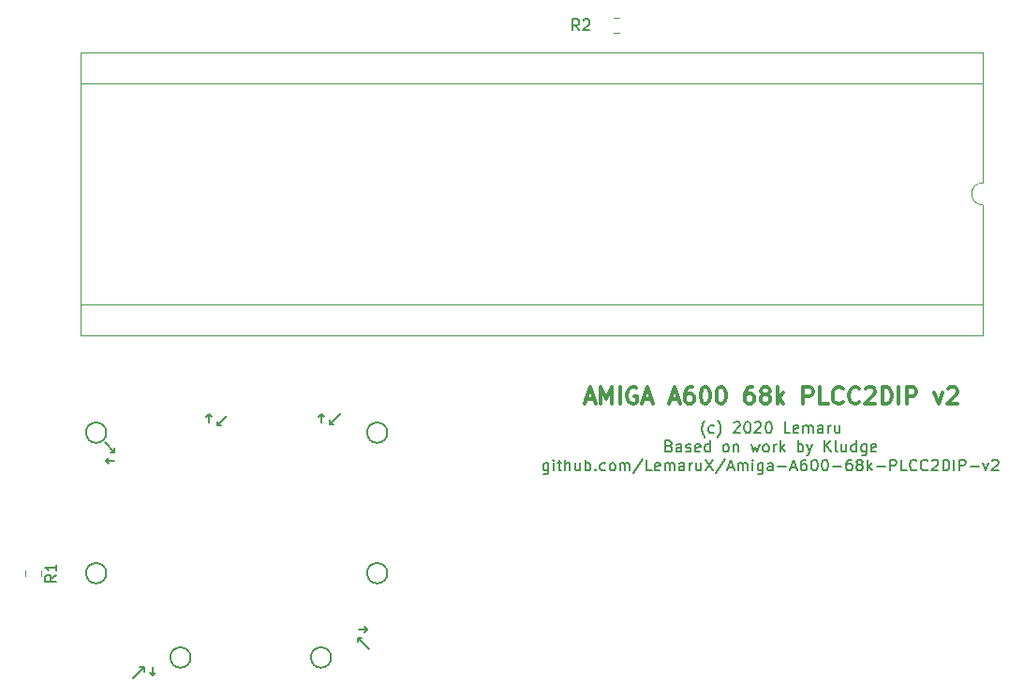
<source format=gbr>
%TF.GenerationSoftware,KiCad,Pcbnew,(5.1.6)-1*%
%TF.CreationDate,2020-12-02T16:58:09+00:00*%
%TF.ProjectId,A600 68k PLCC to DIP64 v2,41363030-2036-4386-9b20-504c43432074,1*%
%TF.SameCoordinates,Original*%
%TF.FileFunction,Legend,Top*%
%TF.FilePolarity,Positive*%
%FSLAX46Y46*%
G04 Gerber Fmt 4.6, Leading zero omitted, Abs format (unit mm)*
G04 Created by KiCad (PCBNEW (5.1.6)-1) date 2020-12-02 16:58:09*
%MOMM*%
%LPD*%
G01*
G04 APERTURE LIST*
%ADD10C,0.300000*%
%ADD11C,0.200000*%
%ADD12C,0.150000*%
%ADD13C,0.120000*%
G04 APERTURE END LIST*
D10*
X161103185Y-111260700D02*
X161817471Y-111260700D01*
X160960328Y-111689271D02*
X161460328Y-110189271D01*
X161960328Y-111689271D01*
X162460328Y-111689271D02*
X162460328Y-110189271D01*
X162960328Y-111260700D01*
X163460328Y-110189271D01*
X163460328Y-111689271D01*
X164174614Y-111689271D02*
X164174614Y-110189271D01*
X165674614Y-110260700D02*
X165531757Y-110189271D01*
X165317471Y-110189271D01*
X165103185Y-110260700D01*
X164960328Y-110403557D01*
X164888900Y-110546414D01*
X164817471Y-110832128D01*
X164817471Y-111046414D01*
X164888900Y-111332128D01*
X164960328Y-111474985D01*
X165103185Y-111617842D01*
X165317471Y-111689271D01*
X165460328Y-111689271D01*
X165674614Y-111617842D01*
X165746042Y-111546414D01*
X165746042Y-111046414D01*
X165460328Y-111046414D01*
X166317471Y-111260700D02*
X167031757Y-111260700D01*
X166174614Y-111689271D02*
X166674614Y-110189271D01*
X167174614Y-111689271D01*
X168746042Y-111260700D02*
X169460328Y-111260700D01*
X168603185Y-111689271D02*
X169103185Y-110189271D01*
X169603185Y-111689271D01*
X170746042Y-110189271D02*
X170460328Y-110189271D01*
X170317471Y-110260700D01*
X170246042Y-110332128D01*
X170103185Y-110546414D01*
X170031757Y-110832128D01*
X170031757Y-111403557D01*
X170103185Y-111546414D01*
X170174614Y-111617842D01*
X170317471Y-111689271D01*
X170603185Y-111689271D01*
X170746042Y-111617842D01*
X170817471Y-111546414D01*
X170888900Y-111403557D01*
X170888900Y-111046414D01*
X170817471Y-110903557D01*
X170746042Y-110832128D01*
X170603185Y-110760700D01*
X170317471Y-110760700D01*
X170174614Y-110832128D01*
X170103185Y-110903557D01*
X170031757Y-111046414D01*
X171817471Y-110189271D02*
X171960328Y-110189271D01*
X172103185Y-110260700D01*
X172174614Y-110332128D01*
X172246042Y-110474985D01*
X172317471Y-110760700D01*
X172317471Y-111117842D01*
X172246042Y-111403557D01*
X172174614Y-111546414D01*
X172103185Y-111617842D01*
X171960328Y-111689271D01*
X171817471Y-111689271D01*
X171674614Y-111617842D01*
X171603185Y-111546414D01*
X171531757Y-111403557D01*
X171460328Y-111117842D01*
X171460328Y-110760700D01*
X171531757Y-110474985D01*
X171603185Y-110332128D01*
X171674614Y-110260700D01*
X171817471Y-110189271D01*
X173246042Y-110189271D02*
X173388900Y-110189271D01*
X173531757Y-110260700D01*
X173603185Y-110332128D01*
X173674614Y-110474985D01*
X173746042Y-110760700D01*
X173746042Y-111117842D01*
X173674614Y-111403557D01*
X173603185Y-111546414D01*
X173531757Y-111617842D01*
X173388900Y-111689271D01*
X173246042Y-111689271D01*
X173103185Y-111617842D01*
X173031757Y-111546414D01*
X172960328Y-111403557D01*
X172888900Y-111117842D01*
X172888900Y-110760700D01*
X172960328Y-110474985D01*
X173031757Y-110332128D01*
X173103185Y-110260700D01*
X173246042Y-110189271D01*
X176174614Y-110189271D02*
X175888900Y-110189271D01*
X175746042Y-110260700D01*
X175674614Y-110332128D01*
X175531757Y-110546414D01*
X175460328Y-110832128D01*
X175460328Y-111403557D01*
X175531757Y-111546414D01*
X175603185Y-111617842D01*
X175746042Y-111689271D01*
X176031757Y-111689271D01*
X176174614Y-111617842D01*
X176246042Y-111546414D01*
X176317471Y-111403557D01*
X176317471Y-111046414D01*
X176246042Y-110903557D01*
X176174614Y-110832128D01*
X176031757Y-110760700D01*
X175746042Y-110760700D01*
X175603185Y-110832128D01*
X175531757Y-110903557D01*
X175460328Y-111046414D01*
X177174614Y-110832128D02*
X177031757Y-110760700D01*
X176960328Y-110689271D01*
X176888900Y-110546414D01*
X176888900Y-110474985D01*
X176960328Y-110332128D01*
X177031757Y-110260700D01*
X177174614Y-110189271D01*
X177460328Y-110189271D01*
X177603185Y-110260700D01*
X177674614Y-110332128D01*
X177746042Y-110474985D01*
X177746042Y-110546414D01*
X177674614Y-110689271D01*
X177603185Y-110760700D01*
X177460328Y-110832128D01*
X177174614Y-110832128D01*
X177031757Y-110903557D01*
X176960328Y-110974985D01*
X176888900Y-111117842D01*
X176888900Y-111403557D01*
X176960328Y-111546414D01*
X177031757Y-111617842D01*
X177174614Y-111689271D01*
X177460328Y-111689271D01*
X177603185Y-111617842D01*
X177674614Y-111546414D01*
X177746042Y-111403557D01*
X177746042Y-111117842D01*
X177674614Y-110974985D01*
X177603185Y-110903557D01*
X177460328Y-110832128D01*
X178388900Y-111689271D02*
X178388900Y-110189271D01*
X178531757Y-111117842D02*
X178960328Y-111689271D01*
X178960328Y-110689271D02*
X178388900Y-111260700D01*
X180746042Y-111689271D02*
X180746042Y-110189271D01*
X181317471Y-110189271D01*
X181460328Y-110260700D01*
X181531757Y-110332128D01*
X181603185Y-110474985D01*
X181603185Y-110689271D01*
X181531757Y-110832128D01*
X181460328Y-110903557D01*
X181317471Y-110974985D01*
X180746042Y-110974985D01*
X182960328Y-111689271D02*
X182246042Y-111689271D01*
X182246042Y-110189271D01*
X184317471Y-111546414D02*
X184246042Y-111617842D01*
X184031757Y-111689271D01*
X183888900Y-111689271D01*
X183674614Y-111617842D01*
X183531757Y-111474985D01*
X183460328Y-111332128D01*
X183388900Y-111046414D01*
X183388900Y-110832128D01*
X183460328Y-110546414D01*
X183531757Y-110403557D01*
X183674614Y-110260700D01*
X183888900Y-110189271D01*
X184031757Y-110189271D01*
X184246042Y-110260700D01*
X184317471Y-110332128D01*
X185817471Y-111546414D02*
X185746042Y-111617842D01*
X185531757Y-111689271D01*
X185388900Y-111689271D01*
X185174614Y-111617842D01*
X185031757Y-111474985D01*
X184960328Y-111332128D01*
X184888900Y-111046414D01*
X184888900Y-110832128D01*
X184960328Y-110546414D01*
X185031757Y-110403557D01*
X185174614Y-110260700D01*
X185388900Y-110189271D01*
X185531757Y-110189271D01*
X185746042Y-110260700D01*
X185817471Y-110332128D01*
X186388900Y-110332128D02*
X186460328Y-110260700D01*
X186603185Y-110189271D01*
X186960328Y-110189271D01*
X187103185Y-110260700D01*
X187174614Y-110332128D01*
X187246042Y-110474985D01*
X187246042Y-110617842D01*
X187174614Y-110832128D01*
X186317471Y-111689271D01*
X187246042Y-111689271D01*
X187888900Y-111689271D02*
X187888900Y-110189271D01*
X188246042Y-110189271D01*
X188460328Y-110260700D01*
X188603185Y-110403557D01*
X188674614Y-110546414D01*
X188746042Y-110832128D01*
X188746042Y-111046414D01*
X188674614Y-111332128D01*
X188603185Y-111474985D01*
X188460328Y-111617842D01*
X188246042Y-111689271D01*
X187888900Y-111689271D01*
X189388900Y-111689271D02*
X189388900Y-110189271D01*
X190103185Y-111689271D02*
X190103185Y-110189271D01*
X190674614Y-110189271D01*
X190817471Y-110260700D01*
X190888900Y-110332128D01*
X190960328Y-110474985D01*
X190960328Y-110689271D01*
X190888900Y-110832128D01*
X190817471Y-110903557D01*
X190674614Y-110974985D01*
X190103185Y-110974985D01*
X192603185Y-110689271D02*
X192960328Y-111689271D01*
X193317471Y-110689271D01*
X193817471Y-110332128D02*
X193888900Y-110260700D01*
X194031757Y-110189271D01*
X194388900Y-110189271D01*
X194531757Y-110260700D01*
X194603185Y-110332128D01*
X194674614Y-110474985D01*
X194674614Y-110617842D01*
X194603185Y-110832128D01*
X193746042Y-111689271D01*
X194674614Y-111689271D01*
D11*
X171847619Y-114703333D02*
X171800000Y-114655714D01*
X171704761Y-114512857D01*
X171657142Y-114417619D01*
X171609523Y-114274761D01*
X171561904Y-114036666D01*
X171561904Y-113846190D01*
X171609523Y-113608095D01*
X171657142Y-113465238D01*
X171704761Y-113370000D01*
X171800000Y-113227142D01*
X171847619Y-113179523D01*
X172657142Y-114274761D02*
X172561904Y-114322380D01*
X172371428Y-114322380D01*
X172276190Y-114274761D01*
X172228571Y-114227142D01*
X172180952Y-114131904D01*
X172180952Y-113846190D01*
X172228571Y-113750952D01*
X172276190Y-113703333D01*
X172371428Y-113655714D01*
X172561904Y-113655714D01*
X172657142Y-113703333D01*
X172990476Y-114703333D02*
X173038095Y-114655714D01*
X173133333Y-114512857D01*
X173180952Y-114417619D01*
X173228571Y-114274761D01*
X173276190Y-114036666D01*
X173276190Y-113846190D01*
X173228571Y-113608095D01*
X173180952Y-113465238D01*
X173133333Y-113370000D01*
X173038095Y-113227142D01*
X172990476Y-113179523D01*
X174466666Y-113417619D02*
X174514285Y-113370000D01*
X174609523Y-113322380D01*
X174847619Y-113322380D01*
X174942857Y-113370000D01*
X174990476Y-113417619D01*
X175038095Y-113512857D01*
X175038095Y-113608095D01*
X174990476Y-113750952D01*
X174419047Y-114322380D01*
X175038095Y-114322380D01*
X175657142Y-113322380D02*
X175752380Y-113322380D01*
X175847619Y-113370000D01*
X175895238Y-113417619D01*
X175942857Y-113512857D01*
X175990476Y-113703333D01*
X175990476Y-113941428D01*
X175942857Y-114131904D01*
X175895238Y-114227142D01*
X175847619Y-114274761D01*
X175752380Y-114322380D01*
X175657142Y-114322380D01*
X175561904Y-114274761D01*
X175514285Y-114227142D01*
X175466666Y-114131904D01*
X175419047Y-113941428D01*
X175419047Y-113703333D01*
X175466666Y-113512857D01*
X175514285Y-113417619D01*
X175561904Y-113370000D01*
X175657142Y-113322380D01*
X176371428Y-113417619D02*
X176419047Y-113370000D01*
X176514285Y-113322380D01*
X176752380Y-113322380D01*
X176847619Y-113370000D01*
X176895238Y-113417619D01*
X176942857Y-113512857D01*
X176942857Y-113608095D01*
X176895238Y-113750952D01*
X176323809Y-114322380D01*
X176942857Y-114322380D01*
X177561904Y-113322380D02*
X177657142Y-113322380D01*
X177752380Y-113370000D01*
X177800000Y-113417619D01*
X177847619Y-113512857D01*
X177895238Y-113703333D01*
X177895238Y-113941428D01*
X177847619Y-114131904D01*
X177800000Y-114227142D01*
X177752380Y-114274761D01*
X177657142Y-114322380D01*
X177561904Y-114322380D01*
X177466666Y-114274761D01*
X177419047Y-114227142D01*
X177371428Y-114131904D01*
X177323809Y-113941428D01*
X177323809Y-113703333D01*
X177371428Y-113512857D01*
X177419047Y-113417619D01*
X177466666Y-113370000D01*
X177561904Y-113322380D01*
X179561904Y-114322380D02*
X179085714Y-114322380D01*
X179085714Y-113322380D01*
X180276190Y-114274761D02*
X180180952Y-114322380D01*
X179990476Y-114322380D01*
X179895238Y-114274761D01*
X179847619Y-114179523D01*
X179847619Y-113798571D01*
X179895238Y-113703333D01*
X179990476Y-113655714D01*
X180180952Y-113655714D01*
X180276190Y-113703333D01*
X180323809Y-113798571D01*
X180323809Y-113893809D01*
X179847619Y-113989047D01*
X180752380Y-114322380D02*
X180752380Y-113655714D01*
X180752380Y-113750952D02*
X180800000Y-113703333D01*
X180895238Y-113655714D01*
X181038095Y-113655714D01*
X181133333Y-113703333D01*
X181180952Y-113798571D01*
X181180952Y-114322380D01*
X181180952Y-113798571D02*
X181228571Y-113703333D01*
X181323809Y-113655714D01*
X181466666Y-113655714D01*
X181561904Y-113703333D01*
X181609523Y-113798571D01*
X181609523Y-114322380D01*
X182514285Y-114322380D02*
X182514285Y-113798571D01*
X182466666Y-113703333D01*
X182371428Y-113655714D01*
X182180952Y-113655714D01*
X182085714Y-113703333D01*
X182514285Y-114274761D02*
X182419047Y-114322380D01*
X182180952Y-114322380D01*
X182085714Y-114274761D01*
X182038095Y-114179523D01*
X182038095Y-114084285D01*
X182085714Y-113989047D01*
X182180952Y-113941428D01*
X182419047Y-113941428D01*
X182514285Y-113893809D01*
X182990476Y-114322380D02*
X182990476Y-113655714D01*
X182990476Y-113846190D02*
X183038095Y-113750952D01*
X183085714Y-113703333D01*
X183180952Y-113655714D01*
X183276190Y-113655714D01*
X184038095Y-113655714D02*
X184038095Y-114322380D01*
X183609523Y-113655714D02*
X183609523Y-114179523D01*
X183657142Y-114274761D01*
X183752380Y-114322380D01*
X183895238Y-114322380D01*
X183990476Y-114274761D01*
X184038095Y-114227142D01*
X168633333Y-115498571D02*
X168776190Y-115546190D01*
X168823809Y-115593809D01*
X168871428Y-115689047D01*
X168871428Y-115831904D01*
X168823809Y-115927142D01*
X168776190Y-115974761D01*
X168680952Y-116022380D01*
X168300000Y-116022380D01*
X168300000Y-115022380D01*
X168633333Y-115022380D01*
X168728571Y-115070000D01*
X168776190Y-115117619D01*
X168823809Y-115212857D01*
X168823809Y-115308095D01*
X168776190Y-115403333D01*
X168728571Y-115450952D01*
X168633333Y-115498571D01*
X168300000Y-115498571D01*
X169728571Y-116022380D02*
X169728571Y-115498571D01*
X169680952Y-115403333D01*
X169585714Y-115355714D01*
X169395238Y-115355714D01*
X169300000Y-115403333D01*
X169728571Y-115974761D02*
X169633333Y-116022380D01*
X169395238Y-116022380D01*
X169300000Y-115974761D01*
X169252380Y-115879523D01*
X169252380Y-115784285D01*
X169300000Y-115689047D01*
X169395238Y-115641428D01*
X169633333Y-115641428D01*
X169728571Y-115593809D01*
X170157142Y-115974761D02*
X170252380Y-116022380D01*
X170442857Y-116022380D01*
X170538095Y-115974761D01*
X170585714Y-115879523D01*
X170585714Y-115831904D01*
X170538095Y-115736666D01*
X170442857Y-115689047D01*
X170300000Y-115689047D01*
X170204761Y-115641428D01*
X170157142Y-115546190D01*
X170157142Y-115498571D01*
X170204761Y-115403333D01*
X170300000Y-115355714D01*
X170442857Y-115355714D01*
X170538095Y-115403333D01*
X171395238Y-115974761D02*
X171300000Y-116022380D01*
X171109523Y-116022380D01*
X171014285Y-115974761D01*
X170966666Y-115879523D01*
X170966666Y-115498571D01*
X171014285Y-115403333D01*
X171109523Y-115355714D01*
X171300000Y-115355714D01*
X171395238Y-115403333D01*
X171442857Y-115498571D01*
X171442857Y-115593809D01*
X170966666Y-115689047D01*
X172300000Y-116022380D02*
X172300000Y-115022380D01*
X172300000Y-115974761D02*
X172204761Y-116022380D01*
X172014285Y-116022380D01*
X171919047Y-115974761D01*
X171871428Y-115927142D01*
X171823809Y-115831904D01*
X171823809Y-115546190D01*
X171871428Y-115450952D01*
X171919047Y-115403333D01*
X172014285Y-115355714D01*
X172204761Y-115355714D01*
X172300000Y-115403333D01*
X173680952Y-116022380D02*
X173585714Y-115974761D01*
X173538095Y-115927142D01*
X173490476Y-115831904D01*
X173490476Y-115546190D01*
X173538095Y-115450952D01*
X173585714Y-115403333D01*
X173680952Y-115355714D01*
X173823809Y-115355714D01*
X173919047Y-115403333D01*
X173966666Y-115450952D01*
X174014285Y-115546190D01*
X174014285Y-115831904D01*
X173966666Y-115927142D01*
X173919047Y-115974761D01*
X173823809Y-116022380D01*
X173680952Y-116022380D01*
X174442857Y-115355714D02*
X174442857Y-116022380D01*
X174442857Y-115450952D02*
X174490476Y-115403333D01*
X174585714Y-115355714D01*
X174728571Y-115355714D01*
X174823809Y-115403333D01*
X174871428Y-115498571D01*
X174871428Y-116022380D01*
X176014285Y-115355714D02*
X176204761Y-116022380D01*
X176395238Y-115546190D01*
X176585714Y-116022380D01*
X176776190Y-115355714D01*
X177300000Y-116022380D02*
X177204761Y-115974761D01*
X177157142Y-115927142D01*
X177109523Y-115831904D01*
X177109523Y-115546190D01*
X177157142Y-115450952D01*
X177204761Y-115403333D01*
X177300000Y-115355714D01*
X177442857Y-115355714D01*
X177538095Y-115403333D01*
X177585714Y-115450952D01*
X177633333Y-115546190D01*
X177633333Y-115831904D01*
X177585714Y-115927142D01*
X177538095Y-115974761D01*
X177442857Y-116022380D01*
X177300000Y-116022380D01*
X178061904Y-116022380D02*
X178061904Y-115355714D01*
X178061904Y-115546190D02*
X178109523Y-115450952D01*
X178157142Y-115403333D01*
X178252380Y-115355714D01*
X178347619Y-115355714D01*
X178680952Y-116022380D02*
X178680952Y-115022380D01*
X178776190Y-115641428D02*
X179061904Y-116022380D01*
X179061904Y-115355714D02*
X178680952Y-115736666D01*
X180252380Y-116022380D02*
X180252380Y-115022380D01*
X180252380Y-115403333D02*
X180347619Y-115355714D01*
X180538095Y-115355714D01*
X180633333Y-115403333D01*
X180680952Y-115450952D01*
X180728571Y-115546190D01*
X180728571Y-115831904D01*
X180680952Y-115927142D01*
X180633333Y-115974761D01*
X180538095Y-116022380D01*
X180347619Y-116022380D01*
X180252380Y-115974761D01*
X181061904Y-115355714D02*
X181300000Y-116022380D01*
X181538095Y-115355714D02*
X181300000Y-116022380D01*
X181204761Y-116260476D01*
X181157142Y-116308095D01*
X181061904Y-116355714D01*
X182680952Y-116022380D02*
X182680952Y-115022380D01*
X183252380Y-116022380D02*
X182823809Y-115450952D01*
X183252380Y-115022380D02*
X182680952Y-115593809D01*
X183823809Y-116022380D02*
X183728571Y-115974761D01*
X183680952Y-115879523D01*
X183680952Y-115022380D01*
X184633333Y-115355714D02*
X184633333Y-116022380D01*
X184204761Y-115355714D02*
X184204761Y-115879523D01*
X184252380Y-115974761D01*
X184347619Y-116022380D01*
X184490476Y-116022380D01*
X184585714Y-115974761D01*
X184633333Y-115927142D01*
X185538095Y-116022380D02*
X185538095Y-115022380D01*
X185538095Y-115974761D02*
X185442857Y-116022380D01*
X185252380Y-116022380D01*
X185157142Y-115974761D01*
X185109523Y-115927142D01*
X185061904Y-115831904D01*
X185061904Y-115546190D01*
X185109523Y-115450952D01*
X185157142Y-115403333D01*
X185252380Y-115355714D01*
X185442857Y-115355714D01*
X185538095Y-115403333D01*
X186442857Y-115355714D02*
X186442857Y-116165238D01*
X186395238Y-116260476D01*
X186347619Y-116308095D01*
X186252380Y-116355714D01*
X186109523Y-116355714D01*
X186014285Y-116308095D01*
X186442857Y-115974761D02*
X186347619Y-116022380D01*
X186157142Y-116022380D01*
X186061904Y-115974761D01*
X186014285Y-115927142D01*
X185966666Y-115831904D01*
X185966666Y-115546190D01*
X186014285Y-115450952D01*
X186061904Y-115403333D01*
X186157142Y-115355714D01*
X186347619Y-115355714D01*
X186442857Y-115403333D01*
X187300000Y-115974761D02*
X187204761Y-116022380D01*
X187014285Y-116022380D01*
X186919047Y-115974761D01*
X186871428Y-115879523D01*
X186871428Y-115498571D01*
X186919047Y-115403333D01*
X187014285Y-115355714D01*
X187204761Y-115355714D01*
X187300000Y-115403333D01*
X187347619Y-115498571D01*
X187347619Y-115593809D01*
X186871428Y-115689047D01*
X157704761Y-117055714D02*
X157704761Y-117865238D01*
X157657142Y-117960476D01*
X157609523Y-118008095D01*
X157514285Y-118055714D01*
X157371428Y-118055714D01*
X157276190Y-118008095D01*
X157704761Y-117674761D02*
X157609523Y-117722380D01*
X157419047Y-117722380D01*
X157323809Y-117674761D01*
X157276190Y-117627142D01*
X157228571Y-117531904D01*
X157228571Y-117246190D01*
X157276190Y-117150952D01*
X157323809Y-117103333D01*
X157419047Y-117055714D01*
X157609523Y-117055714D01*
X157704761Y-117103333D01*
X158180952Y-117722380D02*
X158180952Y-117055714D01*
X158180952Y-116722380D02*
X158133333Y-116770000D01*
X158180952Y-116817619D01*
X158228571Y-116770000D01*
X158180952Y-116722380D01*
X158180952Y-116817619D01*
X158514285Y-117055714D02*
X158895238Y-117055714D01*
X158657142Y-116722380D02*
X158657142Y-117579523D01*
X158704761Y-117674761D01*
X158800000Y-117722380D01*
X158895238Y-117722380D01*
X159228571Y-117722380D02*
X159228571Y-116722380D01*
X159657142Y-117722380D02*
X159657142Y-117198571D01*
X159609523Y-117103333D01*
X159514285Y-117055714D01*
X159371428Y-117055714D01*
X159276190Y-117103333D01*
X159228571Y-117150952D01*
X160561904Y-117055714D02*
X160561904Y-117722380D01*
X160133333Y-117055714D02*
X160133333Y-117579523D01*
X160180952Y-117674761D01*
X160276190Y-117722380D01*
X160419047Y-117722380D01*
X160514285Y-117674761D01*
X160561904Y-117627142D01*
X161038095Y-117722380D02*
X161038095Y-116722380D01*
X161038095Y-117103333D02*
X161133333Y-117055714D01*
X161323809Y-117055714D01*
X161419047Y-117103333D01*
X161466666Y-117150952D01*
X161514285Y-117246190D01*
X161514285Y-117531904D01*
X161466666Y-117627142D01*
X161419047Y-117674761D01*
X161323809Y-117722380D01*
X161133333Y-117722380D01*
X161038095Y-117674761D01*
X161942857Y-117627142D02*
X161990476Y-117674761D01*
X161942857Y-117722380D01*
X161895238Y-117674761D01*
X161942857Y-117627142D01*
X161942857Y-117722380D01*
X162847619Y-117674761D02*
X162752380Y-117722380D01*
X162561904Y-117722380D01*
X162466666Y-117674761D01*
X162419047Y-117627142D01*
X162371428Y-117531904D01*
X162371428Y-117246190D01*
X162419047Y-117150952D01*
X162466666Y-117103333D01*
X162561904Y-117055714D01*
X162752380Y-117055714D01*
X162847619Y-117103333D01*
X163419047Y-117722380D02*
X163323809Y-117674761D01*
X163276190Y-117627142D01*
X163228571Y-117531904D01*
X163228571Y-117246190D01*
X163276190Y-117150952D01*
X163323809Y-117103333D01*
X163419047Y-117055714D01*
X163561904Y-117055714D01*
X163657142Y-117103333D01*
X163704761Y-117150952D01*
X163752380Y-117246190D01*
X163752380Y-117531904D01*
X163704761Y-117627142D01*
X163657142Y-117674761D01*
X163561904Y-117722380D01*
X163419047Y-117722380D01*
X164180952Y-117722380D02*
X164180952Y-117055714D01*
X164180952Y-117150952D02*
X164228571Y-117103333D01*
X164323809Y-117055714D01*
X164466666Y-117055714D01*
X164561904Y-117103333D01*
X164609523Y-117198571D01*
X164609523Y-117722380D01*
X164609523Y-117198571D02*
X164657142Y-117103333D01*
X164752380Y-117055714D01*
X164895238Y-117055714D01*
X164990476Y-117103333D01*
X165038095Y-117198571D01*
X165038095Y-117722380D01*
X166228571Y-116674761D02*
X165371428Y-117960476D01*
X167038095Y-117722380D02*
X166561904Y-117722380D01*
X166561904Y-116722380D01*
X167752380Y-117674761D02*
X167657142Y-117722380D01*
X167466666Y-117722380D01*
X167371428Y-117674761D01*
X167323809Y-117579523D01*
X167323809Y-117198571D01*
X167371428Y-117103333D01*
X167466666Y-117055714D01*
X167657142Y-117055714D01*
X167752380Y-117103333D01*
X167800000Y-117198571D01*
X167800000Y-117293809D01*
X167323809Y-117389047D01*
X168228571Y-117722380D02*
X168228571Y-117055714D01*
X168228571Y-117150952D02*
X168276190Y-117103333D01*
X168371428Y-117055714D01*
X168514285Y-117055714D01*
X168609523Y-117103333D01*
X168657142Y-117198571D01*
X168657142Y-117722380D01*
X168657142Y-117198571D02*
X168704761Y-117103333D01*
X168800000Y-117055714D01*
X168942857Y-117055714D01*
X169038095Y-117103333D01*
X169085714Y-117198571D01*
X169085714Y-117722380D01*
X169990476Y-117722380D02*
X169990476Y-117198571D01*
X169942857Y-117103333D01*
X169847619Y-117055714D01*
X169657142Y-117055714D01*
X169561904Y-117103333D01*
X169990476Y-117674761D02*
X169895238Y-117722380D01*
X169657142Y-117722380D01*
X169561904Y-117674761D01*
X169514285Y-117579523D01*
X169514285Y-117484285D01*
X169561904Y-117389047D01*
X169657142Y-117341428D01*
X169895238Y-117341428D01*
X169990476Y-117293809D01*
X170466666Y-117722380D02*
X170466666Y-117055714D01*
X170466666Y-117246190D02*
X170514285Y-117150952D01*
X170561904Y-117103333D01*
X170657142Y-117055714D01*
X170752380Y-117055714D01*
X171514285Y-117055714D02*
X171514285Y-117722380D01*
X171085714Y-117055714D02*
X171085714Y-117579523D01*
X171133333Y-117674761D01*
X171228571Y-117722380D01*
X171371428Y-117722380D01*
X171466666Y-117674761D01*
X171514285Y-117627142D01*
X171895238Y-116722380D02*
X172561904Y-117722380D01*
X172561904Y-116722380D02*
X171895238Y-117722380D01*
X173657142Y-116674761D02*
X172800000Y-117960476D01*
X173942857Y-117436666D02*
X174419047Y-117436666D01*
X173847619Y-117722380D02*
X174180952Y-116722380D01*
X174514285Y-117722380D01*
X174847619Y-117722380D02*
X174847619Y-117055714D01*
X174847619Y-117150952D02*
X174895238Y-117103333D01*
X174990476Y-117055714D01*
X175133333Y-117055714D01*
X175228571Y-117103333D01*
X175276190Y-117198571D01*
X175276190Y-117722380D01*
X175276190Y-117198571D02*
X175323809Y-117103333D01*
X175419047Y-117055714D01*
X175561904Y-117055714D01*
X175657142Y-117103333D01*
X175704761Y-117198571D01*
X175704761Y-117722380D01*
X176180952Y-117722380D02*
X176180952Y-117055714D01*
X176180952Y-116722380D02*
X176133333Y-116770000D01*
X176180952Y-116817619D01*
X176228571Y-116770000D01*
X176180952Y-116722380D01*
X176180952Y-116817619D01*
X177085714Y-117055714D02*
X177085714Y-117865238D01*
X177038095Y-117960476D01*
X176990476Y-118008095D01*
X176895238Y-118055714D01*
X176752380Y-118055714D01*
X176657142Y-118008095D01*
X177085714Y-117674761D02*
X176990476Y-117722380D01*
X176800000Y-117722380D01*
X176704761Y-117674761D01*
X176657142Y-117627142D01*
X176609523Y-117531904D01*
X176609523Y-117246190D01*
X176657142Y-117150952D01*
X176704761Y-117103333D01*
X176800000Y-117055714D01*
X176990476Y-117055714D01*
X177085714Y-117103333D01*
X177990476Y-117722380D02*
X177990476Y-117198571D01*
X177942857Y-117103333D01*
X177847619Y-117055714D01*
X177657142Y-117055714D01*
X177561904Y-117103333D01*
X177990476Y-117674761D02*
X177895238Y-117722380D01*
X177657142Y-117722380D01*
X177561904Y-117674761D01*
X177514285Y-117579523D01*
X177514285Y-117484285D01*
X177561904Y-117389047D01*
X177657142Y-117341428D01*
X177895238Y-117341428D01*
X177990476Y-117293809D01*
X178466666Y-117341428D02*
X179228571Y-117341428D01*
X179657142Y-117436666D02*
X180133333Y-117436666D01*
X179561904Y-117722380D02*
X179895238Y-116722380D01*
X180228571Y-117722380D01*
X180990476Y-116722380D02*
X180800000Y-116722380D01*
X180704761Y-116770000D01*
X180657142Y-116817619D01*
X180561904Y-116960476D01*
X180514285Y-117150952D01*
X180514285Y-117531904D01*
X180561904Y-117627142D01*
X180609523Y-117674761D01*
X180704761Y-117722380D01*
X180895238Y-117722380D01*
X180990476Y-117674761D01*
X181038095Y-117627142D01*
X181085714Y-117531904D01*
X181085714Y-117293809D01*
X181038095Y-117198571D01*
X180990476Y-117150952D01*
X180895238Y-117103333D01*
X180704761Y-117103333D01*
X180609523Y-117150952D01*
X180561904Y-117198571D01*
X180514285Y-117293809D01*
X181704761Y-116722380D02*
X181800000Y-116722380D01*
X181895238Y-116770000D01*
X181942857Y-116817619D01*
X181990476Y-116912857D01*
X182038095Y-117103333D01*
X182038095Y-117341428D01*
X181990476Y-117531904D01*
X181942857Y-117627142D01*
X181895238Y-117674761D01*
X181800000Y-117722380D01*
X181704761Y-117722380D01*
X181609523Y-117674761D01*
X181561904Y-117627142D01*
X181514285Y-117531904D01*
X181466666Y-117341428D01*
X181466666Y-117103333D01*
X181514285Y-116912857D01*
X181561904Y-116817619D01*
X181609523Y-116770000D01*
X181704761Y-116722380D01*
X182657142Y-116722380D02*
X182752380Y-116722380D01*
X182847619Y-116770000D01*
X182895238Y-116817619D01*
X182942857Y-116912857D01*
X182990476Y-117103333D01*
X182990476Y-117341428D01*
X182942857Y-117531904D01*
X182895238Y-117627142D01*
X182847619Y-117674761D01*
X182752380Y-117722380D01*
X182657142Y-117722380D01*
X182561904Y-117674761D01*
X182514285Y-117627142D01*
X182466666Y-117531904D01*
X182419047Y-117341428D01*
X182419047Y-117103333D01*
X182466666Y-116912857D01*
X182514285Y-116817619D01*
X182561904Y-116770000D01*
X182657142Y-116722380D01*
X183419047Y-117341428D02*
X184180952Y-117341428D01*
X185085714Y-116722380D02*
X184895238Y-116722380D01*
X184800000Y-116770000D01*
X184752380Y-116817619D01*
X184657142Y-116960476D01*
X184609523Y-117150952D01*
X184609523Y-117531904D01*
X184657142Y-117627142D01*
X184704761Y-117674761D01*
X184800000Y-117722380D01*
X184990476Y-117722380D01*
X185085714Y-117674761D01*
X185133333Y-117627142D01*
X185180952Y-117531904D01*
X185180952Y-117293809D01*
X185133333Y-117198571D01*
X185085714Y-117150952D01*
X184990476Y-117103333D01*
X184800000Y-117103333D01*
X184704761Y-117150952D01*
X184657142Y-117198571D01*
X184609523Y-117293809D01*
X185752380Y-117150952D02*
X185657142Y-117103333D01*
X185609523Y-117055714D01*
X185561904Y-116960476D01*
X185561904Y-116912857D01*
X185609523Y-116817619D01*
X185657142Y-116770000D01*
X185752380Y-116722380D01*
X185942857Y-116722380D01*
X186038095Y-116770000D01*
X186085714Y-116817619D01*
X186133333Y-116912857D01*
X186133333Y-116960476D01*
X186085714Y-117055714D01*
X186038095Y-117103333D01*
X185942857Y-117150952D01*
X185752380Y-117150952D01*
X185657142Y-117198571D01*
X185609523Y-117246190D01*
X185561904Y-117341428D01*
X185561904Y-117531904D01*
X185609523Y-117627142D01*
X185657142Y-117674761D01*
X185752380Y-117722380D01*
X185942857Y-117722380D01*
X186038095Y-117674761D01*
X186085714Y-117627142D01*
X186133333Y-117531904D01*
X186133333Y-117341428D01*
X186085714Y-117246190D01*
X186038095Y-117198571D01*
X185942857Y-117150952D01*
X186561904Y-117722380D02*
X186561904Y-116722380D01*
X186657142Y-117341428D02*
X186942857Y-117722380D01*
X186942857Y-117055714D02*
X186561904Y-117436666D01*
X187371428Y-117341428D02*
X188133333Y-117341428D01*
X188609523Y-117722380D02*
X188609523Y-116722380D01*
X188990476Y-116722380D01*
X189085714Y-116770000D01*
X189133333Y-116817619D01*
X189180952Y-116912857D01*
X189180952Y-117055714D01*
X189133333Y-117150952D01*
X189085714Y-117198571D01*
X188990476Y-117246190D01*
X188609523Y-117246190D01*
X190085714Y-117722380D02*
X189609523Y-117722380D01*
X189609523Y-116722380D01*
X190990476Y-117627142D02*
X190942857Y-117674761D01*
X190800000Y-117722380D01*
X190704761Y-117722380D01*
X190561904Y-117674761D01*
X190466666Y-117579523D01*
X190419047Y-117484285D01*
X190371428Y-117293809D01*
X190371428Y-117150952D01*
X190419047Y-116960476D01*
X190466666Y-116865238D01*
X190561904Y-116770000D01*
X190704761Y-116722380D01*
X190800000Y-116722380D01*
X190942857Y-116770000D01*
X190990476Y-116817619D01*
X191990476Y-117627142D02*
X191942857Y-117674761D01*
X191800000Y-117722380D01*
X191704761Y-117722380D01*
X191561904Y-117674761D01*
X191466666Y-117579523D01*
X191419047Y-117484285D01*
X191371428Y-117293809D01*
X191371428Y-117150952D01*
X191419047Y-116960476D01*
X191466666Y-116865238D01*
X191561904Y-116770000D01*
X191704761Y-116722380D01*
X191800000Y-116722380D01*
X191942857Y-116770000D01*
X191990476Y-116817619D01*
X192371428Y-116817619D02*
X192419047Y-116770000D01*
X192514285Y-116722380D01*
X192752380Y-116722380D01*
X192847619Y-116770000D01*
X192895238Y-116817619D01*
X192942857Y-116912857D01*
X192942857Y-117008095D01*
X192895238Y-117150952D01*
X192323809Y-117722380D01*
X192942857Y-117722380D01*
X193371428Y-117722380D02*
X193371428Y-116722380D01*
X193609523Y-116722380D01*
X193752380Y-116770000D01*
X193847619Y-116865238D01*
X193895238Y-116960476D01*
X193942857Y-117150952D01*
X193942857Y-117293809D01*
X193895238Y-117484285D01*
X193847619Y-117579523D01*
X193752380Y-117674761D01*
X193609523Y-117722380D01*
X193371428Y-117722380D01*
X194371428Y-117722380D02*
X194371428Y-116722380D01*
X194847619Y-117722380D02*
X194847619Y-116722380D01*
X195228571Y-116722380D01*
X195323809Y-116770000D01*
X195371428Y-116817619D01*
X195419047Y-116912857D01*
X195419047Y-117055714D01*
X195371428Y-117150952D01*
X195323809Y-117198571D01*
X195228571Y-117246190D01*
X194847619Y-117246190D01*
X195847619Y-117341428D02*
X196609523Y-117341428D01*
X196990476Y-117055714D02*
X197228571Y-117722380D01*
X197466666Y-117055714D01*
X197800000Y-116817619D02*
X197847619Y-116770000D01*
X197942857Y-116722380D01*
X198180952Y-116722380D01*
X198276190Y-116770000D01*
X198323809Y-116817619D01*
X198371428Y-116912857D01*
X198371428Y-117008095D01*
X198323809Y-117150952D01*
X197752380Y-117722380D01*
X198371428Y-117722380D01*
D12*
%TO.C,U1*%
X143155810Y-114300000D02*
G75*
G03*
X143155810Y-114300000I-915810J0D01*
G01*
X143155810Y-127000000D02*
G75*
G03*
X143155810Y-127000000I-915810J0D01*
G01*
X138075810Y-134620000D02*
G75*
G03*
X138075810Y-134620000I-915810J0D01*
G01*
X125375810Y-134620000D02*
G75*
G03*
X125375810Y-134620000I-915810J0D01*
G01*
X117755810Y-127000000D02*
G75*
G03*
X117755810Y-127000000I-915810J0D01*
G01*
X117755810Y-114300000D02*
G75*
G03*
X117755810Y-114300000I-915810J0D01*
G01*
X121920000Y-135509000D02*
X121920000Y-136144000D01*
X121920000Y-136271000D02*
X121666000Y-136017000D01*
X122174000Y-136017000D02*
X121920000Y-136271000D01*
X128651000Y-112776000D02*
X127762000Y-113665000D01*
X127762000Y-113665000D02*
X127762000Y-113284000D01*
X128143000Y-113665000D02*
X127762000Y-113665000D01*
X127000000Y-113411000D02*
X127000000Y-112649000D01*
X127000000Y-112649000D02*
X126746000Y-112903000D01*
X127254000Y-112903000D02*
X127000000Y-112649000D01*
X117602000Y-115189000D02*
X118491000Y-116078000D01*
X118491000Y-116078000D02*
X118491000Y-115697000D01*
X118110000Y-116078000D02*
X118491000Y-116078000D01*
X118491000Y-116840000D02*
X117729000Y-116840000D01*
X117729000Y-116840000D02*
X117983000Y-117094000D01*
X117983000Y-116586000D02*
X117729000Y-116840000D01*
X120142000Y-136525000D02*
X121158000Y-135509000D01*
X121158000Y-135509000D02*
X120777000Y-135509000D01*
X121158000Y-135890000D02*
X121158000Y-135509000D01*
X141478000Y-133858000D02*
X140462000Y-132842000D01*
X140462000Y-132842000D02*
X140462000Y-133223000D01*
X140843000Y-132842000D02*
X140462000Y-132842000D01*
X137922000Y-113538000D02*
X137922000Y-113157000D01*
X138938000Y-112522000D02*
X137922000Y-113538000D01*
X138303000Y-113538000D02*
X137922000Y-113538000D01*
X140589000Y-132080000D02*
X141351000Y-132080000D01*
X141351000Y-132080000D02*
X141097000Y-131826000D01*
X141097000Y-132334000D02*
X141351000Y-132080000D01*
X137414000Y-112903000D02*
X137160000Y-112649000D01*
X137160000Y-113411000D02*
X137160000Y-112649000D01*
X137160000Y-112649000D02*
X136906000Y-112903000D01*
D13*
%TO.C,U2*%
X115450000Y-105530000D02*
X196970000Y-105530000D01*
X115450000Y-79890000D02*
X115450000Y-105530000D01*
X196970000Y-79890000D02*
X115450000Y-79890000D01*
X196970000Y-105530000D02*
X196970000Y-93710000D01*
X115450000Y-102700000D02*
X196970000Y-102700000D01*
X115450000Y-82720000D02*
X115450000Y-102700000D01*
X196970000Y-82720000D02*
X115450000Y-82720000D01*
X196970000Y-91710000D02*
X196970000Y-79890000D01*
X196970000Y-93710000D02*
G75*
G02*
X196970000Y-91710000I0J1000000D01*
G01*
%TO.C,R1*%
X110415000Y-126738748D02*
X110415000Y-127261252D01*
X111835000Y-126738748D02*
X111835000Y-127261252D01*
%TO.C,R2*%
X163568748Y-78180000D02*
X164091252Y-78180000D01*
X163568748Y-76760000D02*
X164091252Y-76760000D01*
%TO.C,R1*%
D12*
X113227380Y-127166666D02*
X112751190Y-127500000D01*
X113227380Y-127738095D02*
X112227380Y-127738095D01*
X112227380Y-127357142D01*
X112275000Y-127261904D01*
X112322619Y-127214285D01*
X112417857Y-127166666D01*
X112560714Y-127166666D01*
X112655952Y-127214285D01*
X112703571Y-127261904D01*
X112751190Y-127357142D01*
X112751190Y-127738095D01*
X113227380Y-126214285D02*
X113227380Y-126785714D01*
X113227380Y-126500000D02*
X112227380Y-126500000D01*
X112370238Y-126595238D01*
X112465476Y-126690476D01*
X112513095Y-126785714D01*
%TO.C,R2*%
X160488333Y-77922380D02*
X160155000Y-77446190D01*
X159916904Y-77922380D02*
X159916904Y-76922380D01*
X160297857Y-76922380D01*
X160393095Y-76970000D01*
X160440714Y-77017619D01*
X160488333Y-77112857D01*
X160488333Y-77255714D01*
X160440714Y-77350952D01*
X160393095Y-77398571D01*
X160297857Y-77446190D01*
X159916904Y-77446190D01*
X160869285Y-77017619D02*
X160916904Y-76970000D01*
X161012142Y-76922380D01*
X161250238Y-76922380D01*
X161345476Y-76970000D01*
X161393095Y-77017619D01*
X161440714Y-77112857D01*
X161440714Y-77208095D01*
X161393095Y-77350952D01*
X160821666Y-77922380D01*
X161440714Y-77922380D01*
%TD*%
M02*

</source>
